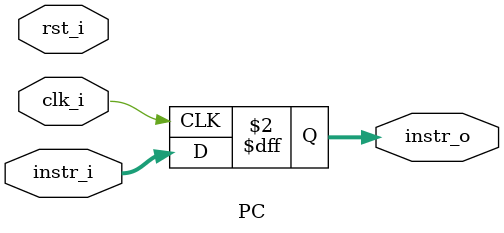
<source format=sv>
module PC(

input logic clk_i,
input logic rst_i,
input logic [31:0] instr_i,

output logic [31:0] instr_o

);


always @(posedge clk_i) begin 

if(rst_i) instr_o <= 32'd0;

instr_o <= instr_i;


end

endmodule
</source>
